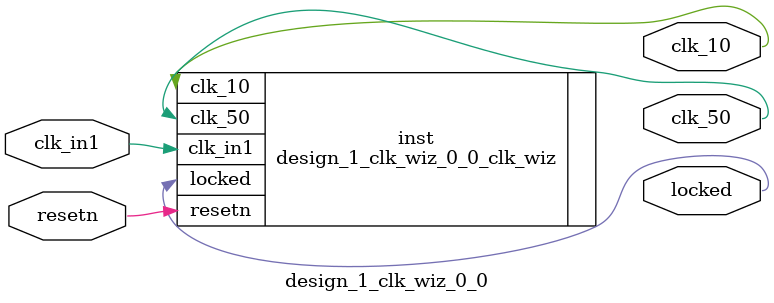
<source format=v>


`timescale 1ps/1ps

(* CORE_GENERATION_INFO = "design_1_clk_wiz_0_0,clk_wiz_v6_0_8_0_0,{component_name=design_1_clk_wiz_0_0,use_phase_alignment=true,use_min_o_jitter=false,use_max_i_jitter=false,use_dyn_phase_shift=false,use_inclk_switchover=false,use_dyn_reconfig=false,enable_axi=0,feedback_source=FDBK_AUTO,PRIMITIVE=MMCM,num_out_clk=2,clkin1_period=20.000,clkin2_period=10.0,use_power_down=false,use_reset=true,use_locked=true,use_inclk_stopped=false,feedback_type=SINGLE,CLOCK_MGR_TYPE=NA,manual_override=false}" *)

module design_1_clk_wiz_0_0 
 (
  // Clock out ports
  output        clk_50,
  output        clk_10,
  // Status and control signals
  input         resetn,
  output        locked,
 // Clock in ports
  input         clk_in1
 );

  design_1_clk_wiz_0_0_clk_wiz inst
  (
  // Clock out ports  
  .clk_50(clk_50),
  .clk_10(clk_10),
  // Status and control signals               
  .resetn(resetn), 
  .locked(locked),
 // Clock in ports
  .clk_in1(clk_in1)
  );

endmodule

</source>
